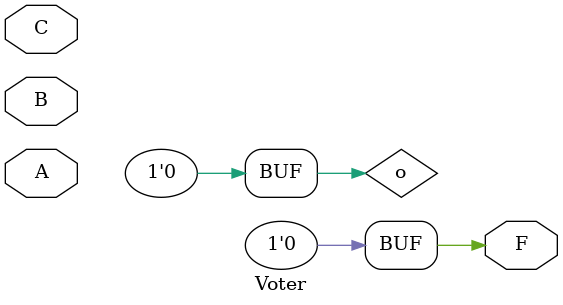
<source format=v>
`timescale 1ns / 1ps


module Voter(
    input A,
    input B,
    input C,
    output F
);
    wire o = 0;
    mux8to1 u1(o,0,0,0,1,0,1,1,1,{C,B,A});
    assign F = o;
endmodule

</source>
